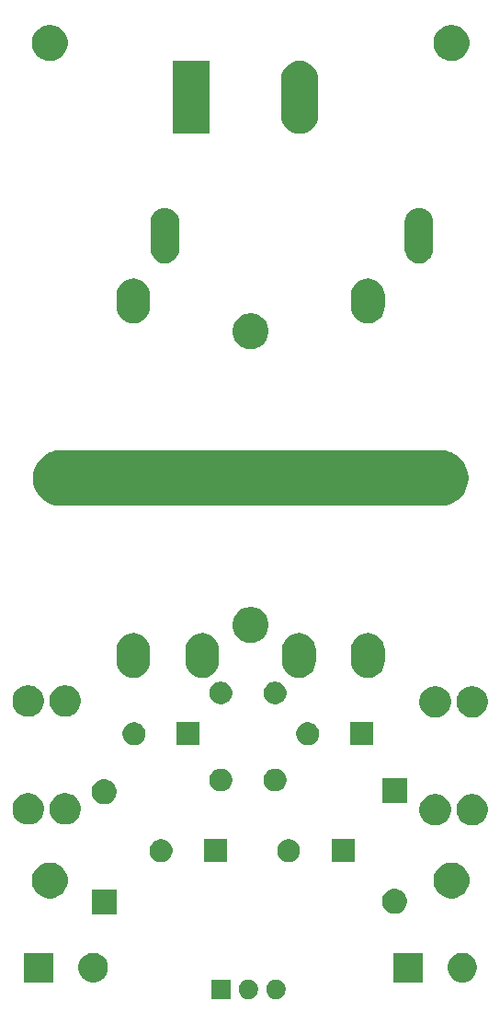
<source format=gbr>
G04 #@! TF.GenerationSoftware,KiCad,Pcbnew,(5.1.5)-3*
G04 #@! TF.CreationDate,2020-02-27T01:05:18-05:00*
G04 #@! TF.ProjectId,power_supply,706f7765-725f-4737-9570-706c792e6b69,rev?*
G04 #@! TF.SameCoordinates,Original*
G04 #@! TF.FileFunction,Soldermask,Bot*
G04 #@! TF.FilePolarity,Negative*
%FSLAX46Y46*%
G04 Gerber Fmt 4.6, Leading zero omitted, Abs format (unit mm)*
G04 Created by KiCad (PCBNEW (5.1.5)-3) date 2020-02-27 01:05:18*
%MOMM*%
%LPD*%
G04 APERTURE LIST*
%ADD10C,0.100000*%
G04 APERTURE END LIST*
D10*
G36*
X20651000Y8099000D02*
G01*
X18849000Y8099000D01*
X18849000Y9901000D01*
X20651000Y9901000D01*
X20651000Y8099000D01*
G37*
G36*
X22403512Y9896073D02*
G01*
X22552812Y9866376D01*
X22716784Y9798456D01*
X22864354Y9699853D01*
X22989853Y9574354D01*
X23088456Y9426784D01*
X23156376Y9262812D01*
X23191000Y9088741D01*
X23191000Y8911259D01*
X23156376Y8737188D01*
X23088456Y8573216D01*
X22989853Y8425646D01*
X22864354Y8300147D01*
X22716784Y8201544D01*
X22552812Y8133624D01*
X22403512Y8103927D01*
X22378742Y8099000D01*
X22201258Y8099000D01*
X22176488Y8103927D01*
X22027188Y8133624D01*
X21863216Y8201544D01*
X21715646Y8300147D01*
X21590147Y8425646D01*
X21491544Y8573216D01*
X21423624Y8737188D01*
X21389000Y8911259D01*
X21389000Y9088741D01*
X21423624Y9262812D01*
X21491544Y9426784D01*
X21590147Y9574354D01*
X21715646Y9699853D01*
X21863216Y9798456D01*
X22027188Y9866376D01*
X22176488Y9896073D01*
X22201258Y9901000D01*
X22378742Y9901000D01*
X22403512Y9896073D01*
G37*
G36*
X24943512Y9896073D02*
G01*
X25092812Y9866376D01*
X25256784Y9798456D01*
X25404354Y9699853D01*
X25529853Y9574354D01*
X25628456Y9426784D01*
X25696376Y9262812D01*
X25731000Y9088741D01*
X25731000Y8911259D01*
X25696376Y8737188D01*
X25628456Y8573216D01*
X25529853Y8425646D01*
X25404354Y8300147D01*
X25256784Y8201544D01*
X25092812Y8133624D01*
X24943512Y8103927D01*
X24918742Y8099000D01*
X24741258Y8099000D01*
X24716488Y8103927D01*
X24567188Y8133624D01*
X24403216Y8201544D01*
X24255646Y8300147D01*
X24130147Y8425646D01*
X24031544Y8573216D01*
X23963624Y8737188D01*
X23929000Y8911259D01*
X23929000Y9088741D01*
X23963624Y9262812D01*
X24031544Y9426784D01*
X24130147Y9574354D01*
X24255646Y9699853D01*
X24403216Y9798456D01*
X24567188Y9866376D01*
X24716488Y9896073D01*
X24741258Y9901000D01*
X24918742Y9901000D01*
X24943512Y9896073D01*
G37*
G36*
X42394072Y12299082D02*
G01*
X42639939Y12197241D01*
X42861212Y12049390D01*
X43049390Y11861212D01*
X43197241Y11639939D01*
X43299082Y11394072D01*
X43351000Y11133062D01*
X43351000Y10866938D01*
X43299082Y10605928D01*
X43197241Y10360061D01*
X43049390Y10138788D01*
X42861212Y9950610D01*
X42639939Y9802759D01*
X42639938Y9802758D01*
X42639937Y9802758D01*
X42394072Y9700918D01*
X42133063Y9649000D01*
X41866937Y9649000D01*
X41605928Y9700918D01*
X41360063Y9802758D01*
X41360062Y9802758D01*
X41360061Y9802759D01*
X41138788Y9950610D01*
X40950610Y10138788D01*
X40802759Y10360061D01*
X40700918Y10605928D01*
X40649000Y10866938D01*
X40649000Y11133062D01*
X40700918Y11394072D01*
X40802759Y11639939D01*
X40950610Y11861212D01*
X41138788Y12049390D01*
X41360061Y12197241D01*
X41605928Y12299082D01*
X41866937Y12351000D01*
X42133063Y12351000D01*
X42394072Y12299082D01*
G37*
G36*
X8394072Y12299082D02*
G01*
X8639939Y12197241D01*
X8861212Y12049390D01*
X9049390Y11861212D01*
X9197241Y11639939D01*
X9299082Y11394072D01*
X9351000Y11133062D01*
X9351000Y10866938D01*
X9299082Y10605928D01*
X9197241Y10360061D01*
X9049390Y10138788D01*
X8861212Y9950610D01*
X8639939Y9802759D01*
X8639938Y9802758D01*
X8639937Y9802758D01*
X8394072Y9700918D01*
X8133063Y9649000D01*
X7866937Y9649000D01*
X7605928Y9700918D01*
X7360063Y9802758D01*
X7360062Y9802758D01*
X7360061Y9802759D01*
X7138788Y9950610D01*
X6950610Y10138788D01*
X6802759Y10360061D01*
X6700918Y10605928D01*
X6649000Y10866938D01*
X6649000Y11133062D01*
X6700918Y11394072D01*
X6802759Y11639939D01*
X6950610Y11861212D01*
X7138788Y12049390D01*
X7360061Y12197241D01*
X7605928Y12299082D01*
X7866937Y12351000D01*
X8133063Y12351000D01*
X8394072Y12299082D01*
G37*
G36*
X4351000Y9649000D02*
G01*
X1649000Y9649000D01*
X1649000Y12351000D01*
X4351000Y12351000D01*
X4351000Y9649000D01*
G37*
G36*
X38351000Y9649000D02*
G01*
X35649000Y9649000D01*
X35649000Y12351000D01*
X38351000Y12351000D01*
X38351000Y9649000D01*
G37*
G36*
X10151000Y15849000D02*
G01*
X7849000Y15849000D01*
X7849000Y18151000D01*
X10151000Y18151000D01*
X10151000Y15849000D01*
G37*
G36*
X35974549Y18218884D02*
G01*
X36085734Y18196768D01*
X36295203Y18110003D01*
X36483720Y17984040D01*
X36644040Y17823720D01*
X36770003Y17635203D01*
X36856768Y17425734D01*
X36901000Y17203364D01*
X36901000Y16976636D01*
X36856768Y16754266D01*
X36770003Y16544797D01*
X36644040Y16356280D01*
X36483720Y16195960D01*
X36295203Y16069997D01*
X36085734Y15983232D01*
X35974549Y15961116D01*
X35863365Y15939000D01*
X35636635Y15939000D01*
X35525451Y15961116D01*
X35414266Y15983232D01*
X35204797Y16069997D01*
X35016280Y16195960D01*
X34855960Y16356280D01*
X34729997Y16544797D01*
X34643232Y16754266D01*
X34599000Y16976636D01*
X34599000Y17203364D01*
X34643232Y17425734D01*
X34729997Y17635203D01*
X34855960Y17823720D01*
X35016280Y17984040D01*
X35204797Y18110003D01*
X35414266Y18196768D01*
X35525451Y18218884D01*
X35636635Y18241000D01*
X35863365Y18241000D01*
X35974549Y18218884D01*
G37*
G36*
X4375256Y20608702D02*
G01*
X4481579Y20587553D01*
X4782042Y20463097D01*
X5052451Y20282415D01*
X5282415Y20052451D01*
X5463097Y19782042D01*
X5587553Y19481579D01*
X5651000Y19162609D01*
X5651000Y18837391D01*
X5587553Y18518421D01*
X5463097Y18217958D01*
X5282415Y17947549D01*
X5052451Y17717585D01*
X4782042Y17536903D01*
X4481579Y17412447D01*
X4375256Y17391298D01*
X4162611Y17349000D01*
X3837389Y17349000D01*
X3624744Y17391298D01*
X3518421Y17412447D01*
X3217958Y17536903D01*
X2947549Y17717585D01*
X2717585Y17947549D01*
X2536903Y18217958D01*
X2412447Y18518421D01*
X2349000Y18837391D01*
X2349000Y19162609D01*
X2412447Y19481579D01*
X2536903Y19782042D01*
X2717585Y20052451D01*
X2947549Y20282415D01*
X3217958Y20463097D01*
X3518421Y20587553D01*
X3624744Y20608702D01*
X3837389Y20651000D01*
X4162611Y20651000D01*
X4375256Y20608702D01*
G37*
G36*
X41375256Y20608702D02*
G01*
X41481579Y20587553D01*
X41782042Y20463097D01*
X42052451Y20282415D01*
X42282415Y20052451D01*
X42463097Y19782042D01*
X42587553Y19481579D01*
X42651000Y19162609D01*
X42651000Y18837391D01*
X42587553Y18518421D01*
X42463097Y18217958D01*
X42282415Y17947549D01*
X42052451Y17717585D01*
X41782042Y17536903D01*
X41481579Y17412447D01*
X41375256Y17391298D01*
X41162611Y17349000D01*
X40837389Y17349000D01*
X40624744Y17391298D01*
X40518421Y17412447D01*
X40217958Y17536903D01*
X39947549Y17717585D01*
X39717585Y17947549D01*
X39536903Y18217958D01*
X39412447Y18518421D01*
X39349000Y18837391D01*
X39349000Y19162609D01*
X39412447Y19481579D01*
X39536903Y19782042D01*
X39717585Y20052451D01*
X39947549Y20282415D01*
X40217958Y20463097D01*
X40518421Y20587553D01*
X40624744Y20608702D01*
X40837389Y20651000D01*
X41162611Y20651000D01*
X41375256Y20608702D01*
G37*
G36*
X32051000Y20699000D02*
G01*
X29949000Y20699000D01*
X29949000Y22801000D01*
X32051000Y22801000D01*
X32051000Y20699000D01*
G37*
G36*
X26306564Y22760611D02*
G01*
X26497833Y22681385D01*
X26497835Y22681384D01*
X26669973Y22566365D01*
X26816365Y22419973D01*
X26931385Y22247833D01*
X27010611Y22056564D01*
X27051000Y21853516D01*
X27051000Y21646484D01*
X27010611Y21443436D01*
X26931385Y21252167D01*
X26931384Y21252165D01*
X26816365Y21080027D01*
X26669973Y20933635D01*
X26497835Y20818616D01*
X26497834Y20818615D01*
X26497833Y20818615D01*
X26306564Y20739389D01*
X26103516Y20699000D01*
X25896484Y20699000D01*
X25693436Y20739389D01*
X25502167Y20818615D01*
X25502166Y20818615D01*
X25502165Y20818616D01*
X25330027Y20933635D01*
X25183635Y21080027D01*
X25068616Y21252165D01*
X25068615Y21252167D01*
X24989389Y21443436D01*
X24949000Y21646484D01*
X24949000Y21853516D01*
X24989389Y22056564D01*
X25068615Y22247833D01*
X25183635Y22419973D01*
X25330027Y22566365D01*
X25502165Y22681384D01*
X25502167Y22681385D01*
X25693436Y22760611D01*
X25896484Y22801000D01*
X26103516Y22801000D01*
X26306564Y22760611D01*
G37*
G36*
X14556564Y22760611D02*
G01*
X14747833Y22681385D01*
X14747835Y22681384D01*
X14919973Y22566365D01*
X15066365Y22419973D01*
X15181385Y22247833D01*
X15260611Y22056564D01*
X15301000Y21853516D01*
X15301000Y21646484D01*
X15260611Y21443436D01*
X15181385Y21252167D01*
X15181384Y21252165D01*
X15066365Y21080027D01*
X14919973Y20933635D01*
X14747835Y20818616D01*
X14747834Y20818615D01*
X14747833Y20818615D01*
X14556564Y20739389D01*
X14353516Y20699000D01*
X14146484Y20699000D01*
X13943436Y20739389D01*
X13752167Y20818615D01*
X13752166Y20818615D01*
X13752165Y20818616D01*
X13580027Y20933635D01*
X13433635Y21080027D01*
X13318616Y21252165D01*
X13318615Y21252167D01*
X13239389Y21443436D01*
X13199000Y21646484D01*
X13199000Y21853516D01*
X13239389Y22056564D01*
X13318615Y22247833D01*
X13433635Y22419973D01*
X13580027Y22566365D01*
X13752165Y22681384D01*
X13752167Y22681385D01*
X13943436Y22760611D01*
X14146484Y22801000D01*
X14353516Y22801000D01*
X14556564Y22760611D01*
G37*
G36*
X20301000Y20699000D02*
G01*
X18199000Y20699000D01*
X18199000Y22801000D01*
X20301000Y22801000D01*
X20301000Y20699000D01*
G37*
G36*
X43181125Y26913312D02*
G01*
X43320324Y26885623D01*
X43389433Y26856997D01*
X43582568Y26776998D01*
X43818583Y26619298D01*
X44019298Y26418583D01*
X44176998Y26182568D01*
X44285623Y25920323D01*
X44341000Y25641927D01*
X44341000Y25358073D01*
X44285623Y25079677D01*
X44176998Y24817432D01*
X44019298Y24581417D01*
X43818583Y24380702D01*
X43582568Y24223002D01*
X43428949Y24159371D01*
X43320324Y24114377D01*
X43181125Y24086688D01*
X43041927Y24059000D01*
X42758073Y24059000D01*
X42618875Y24086688D01*
X42479676Y24114377D01*
X42371051Y24159371D01*
X42217432Y24223002D01*
X41981417Y24380702D01*
X41780702Y24581417D01*
X41623002Y24817432D01*
X41514377Y25079677D01*
X41459000Y25358073D01*
X41459000Y25641927D01*
X41514377Y25920323D01*
X41623002Y26182568D01*
X41780702Y26418583D01*
X41981417Y26619298D01*
X42217432Y26776998D01*
X42410567Y26856997D01*
X42479676Y26885623D01*
X42618875Y26913312D01*
X42758073Y26941000D01*
X43041927Y26941000D01*
X43181125Y26913312D01*
G37*
G36*
X39781125Y26913312D02*
G01*
X39920324Y26885623D01*
X39989433Y26856997D01*
X40182568Y26776998D01*
X40418583Y26619298D01*
X40619298Y26418583D01*
X40776998Y26182568D01*
X40885623Y25920323D01*
X40941000Y25641927D01*
X40941000Y25358073D01*
X40885623Y25079677D01*
X40776998Y24817432D01*
X40619298Y24581417D01*
X40418583Y24380702D01*
X40182568Y24223002D01*
X40028949Y24159371D01*
X39920324Y24114377D01*
X39781125Y24086688D01*
X39641927Y24059000D01*
X39358073Y24059000D01*
X39218875Y24086688D01*
X39079676Y24114377D01*
X38971051Y24159371D01*
X38817432Y24223002D01*
X38581417Y24380702D01*
X38380702Y24581417D01*
X38223002Y24817432D01*
X38114377Y25079677D01*
X38059000Y25358073D01*
X38059000Y25641927D01*
X38114377Y25920323D01*
X38223002Y26182568D01*
X38380702Y26418583D01*
X38581417Y26619298D01*
X38817432Y26776998D01*
X39010567Y26856997D01*
X39079676Y26885623D01*
X39218875Y26913312D01*
X39358073Y26941000D01*
X39641927Y26941000D01*
X39781125Y26913312D01*
G37*
G36*
X5681125Y26993311D02*
G01*
X5820324Y26965623D01*
X5928949Y26920629D01*
X6082568Y26856998D01*
X6318583Y26699298D01*
X6519298Y26498583D01*
X6676998Y26262568D01*
X6710135Y26182568D01*
X6763708Y26053232D01*
X6785623Y26000323D01*
X6841000Y25721927D01*
X6841000Y25438073D01*
X6785623Y25159677D01*
X6676998Y24897432D01*
X6519298Y24661417D01*
X6318583Y24460702D01*
X6082568Y24303002D01*
X5928949Y24239371D01*
X5820324Y24194377D01*
X5681125Y24166689D01*
X5541927Y24139000D01*
X5258073Y24139000D01*
X5118875Y24166689D01*
X4979676Y24194377D01*
X4871051Y24239371D01*
X4717432Y24303002D01*
X4481417Y24460702D01*
X4280702Y24661417D01*
X4123002Y24897432D01*
X4014377Y25159677D01*
X3959000Y25438073D01*
X3959000Y25721927D01*
X4014377Y26000323D01*
X4036293Y26053232D01*
X4089865Y26182568D01*
X4123002Y26262568D01*
X4280702Y26498583D01*
X4481417Y26699298D01*
X4717432Y26856998D01*
X4871051Y26920629D01*
X4979676Y26965623D01*
X5118875Y26993311D01*
X5258073Y27021000D01*
X5541927Y27021000D01*
X5681125Y26993311D01*
G37*
G36*
X2281125Y26993311D02*
G01*
X2420324Y26965623D01*
X2528949Y26920629D01*
X2682568Y26856998D01*
X2918583Y26699298D01*
X3119298Y26498583D01*
X3276998Y26262568D01*
X3310135Y26182568D01*
X3363708Y26053232D01*
X3385623Y26000323D01*
X3441000Y25721927D01*
X3441000Y25438073D01*
X3385623Y25159677D01*
X3276998Y24897432D01*
X3119298Y24661417D01*
X2918583Y24460702D01*
X2682568Y24303002D01*
X2528949Y24239371D01*
X2420324Y24194377D01*
X2281125Y24166689D01*
X2141927Y24139000D01*
X1858073Y24139000D01*
X1718875Y24166689D01*
X1579676Y24194377D01*
X1471051Y24239371D01*
X1317432Y24303002D01*
X1081417Y24460702D01*
X880702Y24661417D01*
X723002Y24897432D01*
X614377Y25159677D01*
X559000Y25438073D01*
X559000Y25721927D01*
X614377Y26000323D01*
X636293Y26053232D01*
X689865Y26182568D01*
X723002Y26262568D01*
X880702Y26498583D01*
X1081417Y26699298D01*
X1317432Y26856998D01*
X1471051Y26920629D01*
X1579676Y26965623D01*
X1718875Y26993311D01*
X1858073Y27021000D01*
X2141927Y27021000D01*
X2281125Y26993311D01*
G37*
G36*
X9224549Y28288884D02*
G01*
X9335734Y28266768D01*
X9545203Y28180003D01*
X9733720Y28054040D01*
X9894040Y27893720D01*
X10020003Y27705203D01*
X10106768Y27495734D01*
X10151000Y27273364D01*
X10151000Y27046636D01*
X10106768Y26824266D01*
X10055004Y26699297D01*
X10021868Y26619298D01*
X10020003Y26614797D01*
X9894040Y26426280D01*
X9733720Y26265960D01*
X9545203Y26139997D01*
X9335734Y26053232D01*
X9224549Y26031116D01*
X9113365Y26009000D01*
X8886635Y26009000D01*
X8775451Y26031116D01*
X8664266Y26053232D01*
X8454797Y26139997D01*
X8266280Y26265960D01*
X8105960Y26426280D01*
X7979997Y26614797D01*
X7978133Y26619298D01*
X7944996Y26699297D01*
X7893232Y26824266D01*
X7849000Y27046636D01*
X7849000Y27273364D01*
X7893232Y27495734D01*
X7979997Y27705203D01*
X8105960Y27893720D01*
X8266280Y28054040D01*
X8454797Y28180003D01*
X8664266Y28266768D01*
X8775451Y28288884D01*
X8886635Y28311000D01*
X9113365Y28311000D01*
X9224549Y28288884D01*
G37*
G36*
X36901000Y26099000D02*
G01*
X34599000Y26099000D01*
X34599000Y28401000D01*
X36901000Y28401000D01*
X36901000Y26099000D01*
G37*
G36*
X25056564Y29260611D02*
G01*
X25247833Y29181385D01*
X25247835Y29181384D01*
X25419973Y29066365D01*
X25566365Y28919973D01*
X25681385Y28747833D01*
X25760611Y28556564D01*
X25801000Y28353516D01*
X25801000Y28146484D01*
X25760611Y27943436D01*
X25681385Y27752167D01*
X25681384Y27752165D01*
X25566365Y27580027D01*
X25419973Y27433635D01*
X25247835Y27318616D01*
X25247834Y27318615D01*
X25247833Y27318615D01*
X25056564Y27239389D01*
X24853516Y27199000D01*
X24646484Y27199000D01*
X24443436Y27239389D01*
X24252167Y27318615D01*
X24252166Y27318615D01*
X24252165Y27318616D01*
X24080027Y27433635D01*
X23933635Y27580027D01*
X23818616Y27752165D01*
X23818615Y27752167D01*
X23739389Y27943436D01*
X23699000Y28146484D01*
X23699000Y28353516D01*
X23739389Y28556564D01*
X23818615Y28747833D01*
X23933635Y28919973D01*
X24080027Y29066365D01*
X24252165Y29181384D01*
X24252167Y29181385D01*
X24443436Y29260611D01*
X24646484Y29301000D01*
X24853516Y29301000D01*
X25056564Y29260611D01*
G37*
G36*
X20056564Y29260611D02*
G01*
X20247833Y29181385D01*
X20247835Y29181384D01*
X20419973Y29066365D01*
X20566365Y28919973D01*
X20681385Y28747833D01*
X20760611Y28556564D01*
X20801000Y28353516D01*
X20801000Y28146484D01*
X20760611Y27943436D01*
X20681385Y27752167D01*
X20681384Y27752165D01*
X20566365Y27580027D01*
X20419973Y27433635D01*
X20247835Y27318616D01*
X20247834Y27318615D01*
X20247833Y27318615D01*
X20056564Y27239389D01*
X19853516Y27199000D01*
X19646484Y27199000D01*
X19443436Y27239389D01*
X19252167Y27318615D01*
X19252166Y27318615D01*
X19252165Y27318616D01*
X19080027Y27433635D01*
X18933635Y27580027D01*
X18818616Y27752165D01*
X18818615Y27752167D01*
X18739389Y27943436D01*
X18699000Y28146484D01*
X18699000Y28353516D01*
X18739389Y28556564D01*
X18818615Y28747833D01*
X18933635Y28919973D01*
X19080027Y29066365D01*
X19252165Y29181384D01*
X19252167Y29181385D01*
X19443436Y29260611D01*
X19646484Y29301000D01*
X19853516Y29301000D01*
X20056564Y29260611D01*
G37*
G36*
X28056564Y33510611D02*
G01*
X28247833Y33431385D01*
X28247835Y33431384D01*
X28419973Y33316365D01*
X28566365Y33169973D01*
X28681385Y32997833D01*
X28760611Y32806564D01*
X28801000Y32603516D01*
X28801000Y32396484D01*
X28760611Y32193436D01*
X28681385Y32002167D01*
X28681384Y32002165D01*
X28566365Y31830027D01*
X28419973Y31683635D01*
X28247835Y31568616D01*
X28247834Y31568615D01*
X28247833Y31568615D01*
X28056564Y31489389D01*
X27853516Y31449000D01*
X27646484Y31449000D01*
X27443436Y31489389D01*
X27252167Y31568615D01*
X27252166Y31568615D01*
X27252165Y31568616D01*
X27080027Y31683635D01*
X26933635Y31830027D01*
X26818616Y32002165D01*
X26818615Y32002167D01*
X26739389Y32193436D01*
X26699000Y32396484D01*
X26699000Y32603516D01*
X26739389Y32806564D01*
X26818615Y32997833D01*
X26933635Y33169973D01*
X27080027Y33316365D01*
X27252165Y33431384D01*
X27252167Y33431385D01*
X27443436Y33510611D01*
X27646484Y33551000D01*
X27853516Y33551000D01*
X28056564Y33510611D01*
G37*
G36*
X17801000Y31449000D02*
G01*
X15699000Y31449000D01*
X15699000Y33551000D01*
X17801000Y33551000D01*
X17801000Y31449000D01*
G37*
G36*
X12056564Y33510611D02*
G01*
X12247833Y33431385D01*
X12247835Y33431384D01*
X12419973Y33316365D01*
X12566365Y33169973D01*
X12681385Y32997833D01*
X12760611Y32806564D01*
X12801000Y32603516D01*
X12801000Y32396484D01*
X12760611Y32193436D01*
X12681385Y32002167D01*
X12681384Y32002165D01*
X12566365Y31830027D01*
X12419973Y31683635D01*
X12247835Y31568616D01*
X12247834Y31568615D01*
X12247833Y31568615D01*
X12056564Y31489389D01*
X11853516Y31449000D01*
X11646484Y31449000D01*
X11443436Y31489389D01*
X11252167Y31568615D01*
X11252166Y31568615D01*
X11252165Y31568616D01*
X11080027Y31683635D01*
X10933635Y31830027D01*
X10818616Y32002165D01*
X10818615Y32002167D01*
X10739389Y32193436D01*
X10699000Y32396484D01*
X10699000Y32603516D01*
X10739389Y32806564D01*
X10818615Y32997833D01*
X10933635Y33169973D01*
X11080027Y33316365D01*
X11252165Y33431384D01*
X11252167Y33431385D01*
X11443436Y33510611D01*
X11646484Y33551000D01*
X11853516Y33551000D01*
X12056564Y33510611D01*
G37*
G36*
X33801000Y31449000D02*
G01*
X31699000Y31449000D01*
X31699000Y33551000D01*
X33801000Y33551000D01*
X33801000Y31449000D01*
G37*
G36*
X43181125Y36833311D02*
G01*
X43320324Y36805623D01*
X43389433Y36776997D01*
X43582568Y36696998D01*
X43818583Y36539298D01*
X44019298Y36338583D01*
X44176998Y36102568D01*
X44285623Y35840323D01*
X44341000Y35561927D01*
X44341000Y35278073D01*
X44285623Y34999677D01*
X44176998Y34737432D01*
X44019298Y34501417D01*
X43818583Y34300702D01*
X43582568Y34143002D01*
X43428949Y34079371D01*
X43320324Y34034377D01*
X43181125Y34006688D01*
X43041927Y33979000D01*
X42758073Y33979000D01*
X42618875Y34006688D01*
X42479676Y34034377D01*
X42371051Y34079371D01*
X42217432Y34143002D01*
X41981417Y34300702D01*
X41780702Y34501417D01*
X41623002Y34737432D01*
X41514377Y34999677D01*
X41459000Y35278073D01*
X41459000Y35561927D01*
X41514377Y35840323D01*
X41623002Y36102568D01*
X41780702Y36338583D01*
X41981417Y36539298D01*
X42217432Y36696998D01*
X42410567Y36776997D01*
X42479676Y36805623D01*
X42618875Y36833311D01*
X42758073Y36861000D01*
X43041927Y36861000D01*
X43181125Y36833311D01*
G37*
G36*
X39781125Y36833311D02*
G01*
X39920324Y36805623D01*
X39989433Y36776997D01*
X40182568Y36696998D01*
X40418583Y36539298D01*
X40619298Y36338583D01*
X40776998Y36102568D01*
X40885623Y35840323D01*
X40941000Y35561927D01*
X40941000Y35278073D01*
X40885623Y34999677D01*
X40776998Y34737432D01*
X40619298Y34501417D01*
X40418583Y34300702D01*
X40182568Y34143002D01*
X40028949Y34079371D01*
X39920324Y34034377D01*
X39781125Y34006688D01*
X39641927Y33979000D01*
X39358073Y33979000D01*
X39218875Y34006688D01*
X39079676Y34034377D01*
X38971051Y34079371D01*
X38817432Y34143002D01*
X38581417Y34300702D01*
X38380702Y34501417D01*
X38223002Y34737432D01*
X38114377Y34999677D01*
X38059000Y35278073D01*
X38059000Y35561927D01*
X38114377Y35840323D01*
X38223002Y36102568D01*
X38380702Y36338583D01*
X38581417Y36539298D01*
X38817432Y36696998D01*
X39010567Y36776997D01*
X39079676Y36805623D01*
X39218875Y36833311D01*
X39358073Y36861000D01*
X39641927Y36861000D01*
X39781125Y36833311D01*
G37*
G36*
X2281125Y36913312D02*
G01*
X2420324Y36885623D01*
X2528949Y36840629D01*
X2682568Y36776998D01*
X2918583Y36619298D01*
X3119298Y36418583D01*
X3276998Y36182568D01*
X3310135Y36102568D01*
X3376050Y35943436D01*
X3385623Y35920323D01*
X3441000Y35641927D01*
X3441000Y35358073D01*
X3385623Y35079677D01*
X3276998Y34817432D01*
X3119298Y34581417D01*
X2918583Y34380702D01*
X2682568Y34223002D01*
X2528949Y34159371D01*
X2420324Y34114377D01*
X2281125Y34086688D01*
X2141927Y34059000D01*
X1858073Y34059000D01*
X1718875Y34086688D01*
X1579676Y34114377D01*
X1471051Y34159371D01*
X1317432Y34223002D01*
X1081417Y34380702D01*
X880702Y34581417D01*
X723002Y34817432D01*
X614377Y35079677D01*
X559000Y35358073D01*
X559000Y35641927D01*
X614377Y35920323D01*
X623951Y35943436D01*
X689865Y36102568D01*
X723002Y36182568D01*
X880702Y36418583D01*
X1081417Y36619298D01*
X1317432Y36776998D01*
X1471051Y36840629D01*
X1579676Y36885623D01*
X1718875Y36913312D01*
X1858073Y36941000D01*
X2141927Y36941000D01*
X2281125Y36913312D01*
G37*
G36*
X5681125Y36913312D02*
G01*
X5820324Y36885623D01*
X5928949Y36840629D01*
X6082568Y36776998D01*
X6318583Y36619298D01*
X6519298Y36418583D01*
X6676998Y36182568D01*
X6710135Y36102568D01*
X6776050Y35943436D01*
X6785623Y35920323D01*
X6841000Y35641927D01*
X6841000Y35358073D01*
X6785623Y35079677D01*
X6676998Y34817432D01*
X6519298Y34581417D01*
X6318583Y34380702D01*
X6082568Y34223002D01*
X5928949Y34159371D01*
X5820324Y34114377D01*
X5681125Y34086688D01*
X5541927Y34059000D01*
X5258073Y34059000D01*
X5118875Y34086688D01*
X4979676Y34114377D01*
X4871051Y34159371D01*
X4717432Y34223002D01*
X4481417Y34380702D01*
X4280702Y34581417D01*
X4123002Y34817432D01*
X4014377Y35079677D01*
X3959000Y35358073D01*
X3959000Y35641927D01*
X4014377Y35920323D01*
X4023951Y35943436D01*
X4089865Y36102568D01*
X4123002Y36182568D01*
X4280702Y36418583D01*
X4481417Y36619298D01*
X4717432Y36776998D01*
X4871051Y36840629D01*
X4979676Y36885623D01*
X5118875Y36913312D01*
X5258073Y36941000D01*
X5541927Y36941000D01*
X5681125Y36913312D01*
G37*
G36*
X25056564Y37260611D02*
G01*
X25247833Y37181385D01*
X25247835Y37181384D01*
X25419973Y37066365D01*
X25566365Y36919973D01*
X25661899Y36776997D01*
X25681385Y36747833D01*
X25760611Y36556564D01*
X25801000Y36353516D01*
X25801000Y36146484D01*
X25760611Y35943436D01*
X25717900Y35840323D01*
X25681384Y35752165D01*
X25566365Y35580027D01*
X25419973Y35433635D01*
X25247835Y35318616D01*
X25247834Y35318615D01*
X25247833Y35318615D01*
X25056564Y35239389D01*
X24853516Y35199000D01*
X24646484Y35199000D01*
X24443436Y35239389D01*
X24252167Y35318615D01*
X24252166Y35318615D01*
X24252165Y35318616D01*
X24080027Y35433635D01*
X23933635Y35580027D01*
X23818616Y35752165D01*
X23782100Y35840323D01*
X23739389Y35943436D01*
X23699000Y36146484D01*
X23699000Y36353516D01*
X23739389Y36556564D01*
X23818615Y36747833D01*
X23838102Y36776997D01*
X23933635Y36919973D01*
X24080027Y37066365D01*
X24252165Y37181384D01*
X24252167Y37181385D01*
X24443436Y37260611D01*
X24646484Y37301000D01*
X24853516Y37301000D01*
X25056564Y37260611D01*
G37*
G36*
X20056564Y37260611D02*
G01*
X20247833Y37181385D01*
X20247835Y37181384D01*
X20419973Y37066365D01*
X20566365Y36919973D01*
X20661899Y36776997D01*
X20681385Y36747833D01*
X20760611Y36556564D01*
X20801000Y36353516D01*
X20801000Y36146484D01*
X20760611Y35943436D01*
X20717900Y35840323D01*
X20681384Y35752165D01*
X20566365Y35580027D01*
X20419973Y35433635D01*
X20247835Y35318616D01*
X20247834Y35318615D01*
X20247833Y35318615D01*
X20056564Y35239389D01*
X19853516Y35199000D01*
X19646484Y35199000D01*
X19443436Y35239389D01*
X19252167Y35318615D01*
X19252166Y35318615D01*
X19252165Y35318616D01*
X19080027Y35433635D01*
X18933635Y35580027D01*
X18818616Y35752165D01*
X18782100Y35840323D01*
X18739389Y35943436D01*
X18699000Y36146484D01*
X18699000Y36353516D01*
X18739389Y36556564D01*
X18818615Y36747833D01*
X18838102Y36776997D01*
X18933635Y36919973D01*
X19080027Y37066365D01*
X19252165Y37181384D01*
X19252167Y37181385D01*
X19443436Y37260611D01*
X19646484Y37301000D01*
X19853516Y37301000D01*
X20056564Y37260611D01*
G37*
G36*
X33604048Y41728558D02*
G01*
X33896413Y41639870D01*
X33896415Y41639869D01*
X34165856Y41495850D01*
X34165858Y41495849D01*
X34165857Y41495849D01*
X34402029Y41302029D01*
X34471330Y41217585D01*
X34595850Y41065858D01*
X34677849Y40912447D01*
X34739870Y40796414D01*
X34828558Y40504049D01*
X34851000Y40276190D01*
X34851000Y39123810D01*
X34828558Y38895951D01*
X34739870Y38603586D01*
X34739869Y38603584D01*
X34595850Y38334142D01*
X34402029Y38097971D01*
X34165858Y37904150D01*
X33896416Y37760131D01*
X33896414Y37760130D01*
X33604049Y37671442D01*
X33300000Y37641496D01*
X32995952Y37671442D01*
X32703587Y37760130D01*
X32703585Y37760131D01*
X32434143Y37904150D01*
X32197972Y38097971D01*
X32004151Y38334142D01*
X31860130Y38603586D01*
X31771442Y38895951D01*
X31749000Y39123810D01*
X31749000Y40276189D01*
X31771442Y40504048D01*
X31860130Y40796413D01*
X31888238Y40849000D01*
X32004150Y41065856D01*
X32033622Y41101768D01*
X32197971Y41302029D01*
X32304426Y41389395D01*
X32434142Y41495850D01*
X32703584Y41639869D01*
X32703586Y41639870D01*
X32995951Y41728558D01*
X33300000Y41758504D01*
X33604048Y41728558D01*
G37*
G36*
X27254048Y41728558D02*
G01*
X27546413Y41639870D01*
X27546415Y41639869D01*
X27815856Y41495850D01*
X27815858Y41495849D01*
X27815857Y41495849D01*
X28052029Y41302029D01*
X28121330Y41217585D01*
X28245850Y41065858D01*
X28327849Y40912447D01*
X28389870Y40796414D01*
X28478558Y40504049D01*
X28501000Y40276190D01*
X28501000Y39123810D01*
X28478558Y38895951D01*
X28389870Y38603586D01*
X28389869Y38603584D01*
X28245850Y38334142D01*
X28052029Y38097971D01*
X27815858Y37904150D01*
X27546416Y37760131D01*
X27546414Y37760130D01*
X27254049Y37671442D01*
X26950000Y37641496D01*
X26645952Y37671442D01*
X26353587Y37760130D01*
X26353585Y37760131D01*
X26084143Y37904150D01*
X25847972Y38097971D01*
X25654151Y38334142D01*
X25510130Y38603586D01*
X25421442Y38895951D01*
X25399000Y39123810D01*
X25399000Y40276189D01*
X25421442Y40504048D01*
X25510130Y40796413D01*
X25538238Y40849000D01*
X25654150Y41065856D01*
X25683622Y41101768D01*
X25847971Y41302029D01*
X25954426Y41389395D01*
X26084142Y41495850D01*
X26353584Y41639869D01*
X26353586Y41639870D01*
X26645951Y41728558D01*
X26950000Y41758504D01*
X27254048Y41728558D01*
G37*
G36*
X18354048Y41728558D02*
G01*
X18646413Y41639870D01*
X18646415Y41639869D01*
X18915856Y41495850D01*
X18915858Y41495849D01*
X18915857Y41495849D01*
X19152029Y41302029D01*
X19221330Y41217585D01*
X19345850Y41065858D01*
X19427849Y40912447D01*
X19489870Y40796414D01*
X19578558Y40504049D01*
X19601000Y40276190D01*
X19601000Y39123810D01*
X19578558Y38895951D01*
X19489870Y38603586D01*
X19489869Y38603584D01*
X19345850Y38334142D01*
X19152029Y38097971D01*
X18915858Y37904150D01*
X18646416Y37760131D01*
X18646414Y37760130D01*
X18354049Y37671442D01*
X18050000Y37641496D01*
X17745952Y37671442D01*
X17453587Y37760130D01*
X17453585Y37760131D01*
X17184143Y37904150D01*
X16947972Y38097971D01*
X16754151Y38334142D01*
X16610130Y38603586D01*
X16521442Y38895951D01*
X16499000Y39123810D01*
X16499000Y40276189D01*
X16521442Y40504048D01*
X16610130Y40796413D01*
X16638238Y40849000D01*
X16754150Y41065856D01*
X16783622Y41101768D01*
X16947971Y41302029D01*
X17054426Y41389395D01*
X17184142Y41495850D01*
X17453584Y41639869D01*
X17453586Y41639870D01*
X17745951Y41728558D01*
X18050000Y41758504D01*
X18354048Y41728558D01*
G37*
G36*
X12004048Y41728558D02*
G01*
X12296413Y41639870D01*
X12296415Y41639869D01*
X12565856Y41495850D01*
X12565858Y41495849D01*
X12565857Y41495849D01*
X12802029Y41302029D01*
X12871330Y41217585D01*
X12995850Y41065858D01*
X13077849Y40912447D01*
X13139870Y40796414D01*
X13228558Y40504049D01*
X13251000Y40276190D01*
X13251000Y39123810D01*
X13228558Y38895951D01*
X13139870Y38603586D01*
X13139869Y38603584D01*
X12995850Y38334142D01*
X12802029Y38097971D01*
X12565858Y37904150D01*
X12296416Y37760131D01*
X12296414Y37760130D01*
X12004049Y37671442D01*
X11700000Y37641496D01*
X11395952Y37671442D01*
X11103587Y37760130D01*
X11103585Y37760131D01*
X10834143Y37904150D01*
X10597972Y38097971D01*
X10404151Y38334142D01*
X10260130Y38603586D01*
X10171442Y38895951D01*
X10149000Y39123810D01*
X10149000Y40276189D01*
X10171442Y40504048D01*
X10260130Y40796413D01*
X10288238Y40849000D01*
X10404150Y41065856D01*
X10433622Y41101768D01*
X10597971Y41302029D01*
X10704426Y41389395D01*
X10834142Y41495850D01*
X11103584Y41639869D01*
X11103586Y41639870D01*
X11395951Y41728558D01*
X11700000Y41758504D01*
X12004048Y41728558D01*
G37*
G36*
X22875256Y44108702D02*
G01*
X22981579Y44087553D01*
X23282042Y43963097D01*
X23552451Y43782415D01*
X23782415Y43552451D01*
X23963097Y43282042D01*
X24087553Y42981579D01*
X24151000Y42662609D01*
X24151000Y42337391D01*
X24087553Y42018421D01*
X23963097Y41717958D01*
X23782415Y41447549D01*
X23552451Y41217585D01*
X23282042Y41036903D01*
X22981579Y40912447D01*
X22875256Y40891298D01*
X22662611Y40849000D01*
X22337389Y40849000D01*
X22124744Y40891298D01*
X22018421Y40912447D01*
X21717958Y41036903D01*
X21447549Y41217585D01*
X21217585Y41447549D01*
X21036903Y41717958D01*
X20912447Y42018421D01*
X20849000Y42337391D01*
X20849000Y42662609D01*
X20912447Y42981579D01*
X21036903Y43282042D01*
X21217585Y43552451D01*
X21447549Y43782415D01*
X21717958Y43963097D01*
X22018421Y44087553D01*
X22124744Y44108702D01*
X22337389Y44151000D01*
X22662611Y44151000D01*
X22875256Y44108702D01*
G37*
G36*
X40500082Y58514090D02*
G01*
X40807432Y58420856D01*
X40980949Y58368220D01*
X40980951Y58368219D01*
X41424116Y58131343D01*
X41812558Y57812558D01*
X42131343Y57424116D01*
X42368219Y56980951D01*
X42514090Y56500082D01*
X42563343Y56000000D01*
X42514090Y55499918D01*
X42368219Y55019049D01*
X42131343Y54575884D01*
X41812558Y54187442D01*
X41424116Y53868657D01*
X40980951Y53631781D01*
X40980949Y53631780D01*
X40807432Y53579144D01*
X40500082Y53485910D01*
X40125324Y53449000D01*
X4874676Y53449000D01*
X4499918Y53485910D01*
X4192568Y53579144D01*
X4019051Y53631780D01*
X4019049Y53631781D01*
X3575884Y53868657D01*
X3187442Y54187442D01*
X2868657Y54575884D01*
X2631781Y55019049D01*
X2485910Y55499918D01*
X2436657Y56000000D01*
X2485910Y56500082D01*
X2631781Y56980951D01*
X2868657Y57424116D01*
X3187442Y57812558D01*
X3575884Y58131343D01*
X4019049Y58368219D01*
X4019051Y58368220D01*
X4192568Y58420856D01*
X4499918Y58514090D01*
X4874676Y58551000D01*
X40125324Y58551000D01*
X40500082Y58514090D01*
G37*
G36*
X22875256Y71108702D02*
G01*
X22981579Y71087553D01*
X23282042Y70963097D01*
X23552451Y70782415D01*
X23782415Y70552451D01*
X23963097Y70282042D01*
X24087553Y69981579D01*
X24151000Y69662609D01*
X24151000Y69337391D01*
X24087553Y69018421D01*
X23963097Y68717958D01*
X23782415Y68447549D01*
X23552451Y68217585D01*
X23282042Y68036903D01*
X22981579Y67912447D01*
X22875256Y67891298D01*
X22662611Y67849000D01*
X22337389Y67849000D01*
X22124744Y67891298D01*
X22018421Y67912447D01*
X21717958Y68036903D01*
X21447549Y68217585D01*
X21217585Y68447549D01*
X21036903Y68717958D01*
X20912447Y69018421D01*
X20849000Y69337391D01*
X20849000Y69662609D01*
X20912447Y69981579D01*
X21036903Y70282042D01*
X21217585Y70552451D01*
X21447549Y70782415D01*
X21717958Y70963097D01*
X22018421Y71087553D01*
X22124744Y71108702D01*
X22337389Y71151000D01*
X22662611Y71151000D01*
X22875256Y71108702D01*
G37*
G36*
X33604048Y74328558D02*
G01*
X33896413Y74239870D01*
X33896415Y74239869D01*
X34165856Y74095850D01*
X34165858Y74095849D01*
X34165857Y74095849D01*
X34402029Y73902029D01*
X34489395Y73795574D01*
X34595850Y73665858D01*
X34739869Y73396416D01*
X34739870Y73396414D01*
X34828558Y73104049D01*
X34851000Y72876190D01*
X34851000Y71723810D01*
X34828558Y71495951D01*
X34739870Y71203586D01*
X34739869Y71203584D01*
X34595850Y70934142D01*
X34402029Y70697971D01*
X34165858Y70504150D01*
X33896416Y70360131D01*
X33896414Y70360130D01*
X33604049Y70271442D01*
X33300000Y70241496D01*
X32995952Y70271442D01*
X32703587Y70360130D01*
X32703585Y70360131D01*
X32434143Y70504150D01*
X32197972Y70697971D01*
X32004151Y70934142D01*
X31860130Y71203586D01*
X31771442Y71495951D01*
X31749000Y71723810D01*
X31749000Y72876189D01*
X31771442Y73104048D01*
X31860130Y73396413D01*
X32004151Y73665857D01*
X32197971Y73902029D01*
X32304426Y73989395D01*
X32434142Y74095850D01*
X32703584Y74239869D01*
X32703586Y74239870D01*
X32995951Y74328558D01*
X33300000Y74358504D01*
X33604048Y74328558D01*
G37*
G36*
X12004048Y74328558D02*
G01*
X12296413Y74239870D01*
X12296415Y74239869D01*
X12565856Y74095850D01*
X12565858Y74095849D01*
X12565857Y74095849D01*
X12802029Y73902029D01*
X12889395Y73795574D01*
X12995850Y73665858D01*
X13139869Y73396416D01*
X13139870Y73396414D01*
X13228558Y73104049D01*
X13251000Y72876190D01*
X13251000Y71723810D01*
X13228558Y71495951D01*
X13139870Y71203586D01*
X13139869Y71203584D01*
X12995850Y70934142D01*
X12802029Y70697971D01*
X12565858Y70504150D01*
X12296416Y70360131D01*
X12296414Y70360130D01*
X12004049Y70271442D01*
X11700000Y70241496D01*
X11395952Y70271442D01*
X11103587Y70360130D01*
X11103585Y70360131D01*
X10834143Y70504150D01*
X10597972Y70697971D01*
X10404151Y70934142D01*
X10260130Y71203586D01*
X10171442Y71495951D01*
X10149000Y71723810D01*
X10149000Y72876189D01*
X10171442Y73104048D01*
X10260130Y73396413D01*
X10404151Y73665857D01*
X10597971Y73902029D01*
X10704426Y73989395D01*
X10834142Y74095850D01*
X11103584Y74239869D01*
X11103586Y74239870D01*
X11395951Y74328558D01*
X11700000Y74358504D01*
X12004048Y74328558D01*
G37*
G36*
X38255040Y80832175D02*
G01*
X38500280Y80757782D01*
X38726294Y80636975D01*
X38777899Y80594624D01*
X38924397Y80474397D01*
X39044624Y80327899D01*
X39086975Y80276294D01*
X39207782Y80050280D01*
X39282175Y79805040D01*
X39301000Y79613905D01*
X39301000Y76986095D01*
X39282175Y76794960D01*
X39207782Y76549720D01*
X39086975Y76323706D01*
X38924396Y76125604D01*
X38726293Y75963025D01*
X38500279Y75842218D01*
X38255039Y75767825D01*
X38000000Y75742706D01*
X37744960Y75767825D01*
X37499720Y75842218D01*
X37499718Y75842219D01*
X37273707Y75963024D01*
X37075604Y76125604D01*
X36913026Y76323706D01*
X36913025Y76323707D01*
X36792218Y76549721D01*
X36717825Y76794961D01*
X36699000Y76986096D01*
X36699001Y79613905D01*
X36717826Y79805040D01*
X36792219Y80050280D01*
X36913026Y80276294D01*
X36955377Y80327899D01*
X37075604Y80474397D01*
X37222102Y80594624D01*
X37273707Y80636975D01*
X37499721Y80757782D01*
X37744961Y80832175D01*
X38000000Y80857294D01*
X38255040Y80832175D01*
G37*
G36*
X14855040Y80832175D02*
G01*
X15100280Y80757782D01*
X15326294Y80636975D01*
X15377899Y80594624D01*
X15524397Y80474397D01*
X15644624Y80327899D01*
X15686975Y80276294D01*
X15807782Y80050280D01*
X15882175Y79805040D01*
X15901000Y79613905D01*
X15901000Y76986095D01*
X15882175Y76794960D01*
X15807782Y76549720D01*
X15686975Y76323706D01*
X15524396Y76125604D01*
X15326293Y75963025D01*
X15100279Y75842218D01*
X14855039Y75767825D01*
X14600000Y75742706D01*
X14344960Y75767825D01*
X14099720Y75842218D01*
X14099718Y75842219D01*
X13873707Y75963024D01*
X13675604Y76125604D01*
X13513026Y76323706D01*
X13513025Y76323707D01*
X13392218Y76549721D01*
X13317825Y76794961D01*
X13299000Y76986096D01*
X13299001Y79613905D01*
X13317826Y79805040D01*
X13392219Y80050280D01*
X13513026Y80276294D01*
X13555377Y80327899D01*
X13675604Y80474397D01*
X13822102Y80594624D01*
X13873707Y80636975D01*
X14099721Y80757782D01*
X14344961Y80832175D01*
X14600000Y80857294D01*
X14855040Y80832175D01*
G37*
G36*
X27333453Y94326388D02*
G01*
X27654093Y94229123D01*
X27654096Y94229122D01*
X27949595Y94071174D01*
X28208609Y93858609D01*
X28421174Y93599596D01*
X28579122Y93304097D01*
X28579122Y93304096D01*
X28579123Y93304094D01*
X28676388Y92983454D01*
X28701000Y92733561D01*
X28701000Y89266439D01*
X28676388Y89016546D01*
X28579123Y88695906D01*
X28579122Y88695903D01*
X28421174Y88400404D01*
X28208609Y88141391D01*
X27949596Y87928826D01*
X27654097Y87770878D01*
X27654094Y87770877D01*
X27333454Y87673612D01*
X27000000Y87640770D01*
X26666547Y87673612D01*
X26345907Y87770877D01*
X26345904Y87770878D01*
X26050405Y87928826D01*
X25791392Y88141391D01*
X25578827Y88400404D01*
X25420879Y88695903D01*
X25420878Y88695906D01*
X25323613Y89016546D01*
X25299001Y89266439D01*
X25299000Y92733560D01*
X25323612Y92983453D01*
X25420877Y93304093D01*
X25420878Y93304096D01*
X25578826Y93599595D01*
X25791391Y93858609D01*
X26050404Y94071174D01*
X26345903Y94229122D01*
X26345906Y94229123D01*
X26666546Y94326388D01*
X27000000Y94359230D01*
X27333453Y94326388D01*
G37*
G36*
X18701000Y87649000D02*
G01*
X15299000Y87649000D01*
X15299000Y94351000D01*
X18701000Y94351000D01*
X18701000Y87649000D01*
G37*
G36*
X4375256Y97608702D02*
G01*
X4481579Y97587553D01*
X4782042Y97463097D01*
X5052451Y97282415D01*
X5282415Y97052451D01*
X5463097Y96782042D01*
X5587553Y96481579D01*
X5651000Y96162609D01*
X5651000Y95837391D01*
X5587553Y95518421D01*
X5463097Y95217958D01*
X5282415Y94947549D01*
X5052451Y94717585D01*
X4782042Y94536903D01*
X4481579Y94412447D01*
X4375256Y94391298D01*
X4162611Y94349000D01*
X3837389Y94349000D01*
X3624744Y94391298D01*
X3518421Y94412447D01*
X3217958Y94536903D01*
X2947549Y94717585D01*
X2717585Y94947549D01*
X2536903Y95217958D01*
X2412447Y95518421D01*
X2349000Y95837391D01*
X2349000Y96162609D01*
X2412447Y96481579D01*
X2536903Y96782042D01*
X2717585Y97052451D01*
X2947549Y97282415D01*
X3217958Y97463097D01*
X3518421Y97587553D01*
X3624744Y97608702D01*
X3837389Y97651000D01*
X4162611Y97651000D01*
X4375256Y97608702D01*
G37*
G36*
X41375256Y97608702D02*
G01*
X41481579Y97587553D01*
X41782042Y97463097D01*
X42052451Y97282415D01*
X42282415Y97052451D01*
X42463097Y96782042D01*
X42587553Y96481579D01*
X42651000Y96162609D01*
X42651000Y95837391D01*
X42587553Y95518421D01*
X42463097Y95217958D01*
X42282415Y94947549D01*
X42052451Y94717585D01*
X41782042Y94536903D01*
X41481579Y94412447D01*
X41375256Y94391298D01*
X41162611Y94349000D01*
X40837389Y94349000D01*
X40624744Y94391298D01*
X40518421Y94412447D01*
X40217958Y94536903D01*
X39947549Y94717585D01*
X39717585Y94947549D01*
X39536903Y95217958D01*
X39412447Y95518421D01*
X39349000Y95837391D01*
X39349000Y96162609D01*
X39412447Y96481579D01*
X39536903Y96782042D01*
X39717585Y97052451D01*
X39947549Y97282415D01*
X40217958Y97463097D01*
X40518421Y97587553D01*
X40624744Y97608702D01*
X40837389Y97651000D01*
X41162611Y97651000D01*
X41375256Y97608702D01*
G37*
M02*

</source>
